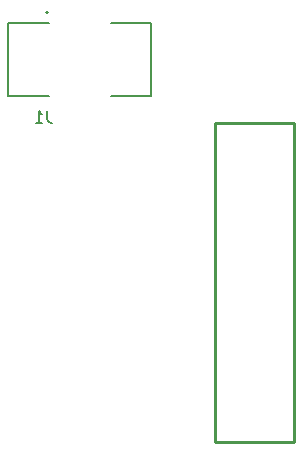
<source format=gbo>
G04 #@! TF.GenerationSoftware,KiCad,Pcbnew,(6.0.2)*
G04 #@! TF.CreationDate,2022-09-07T09:27:56-04:00*
G04 #@! TF.ProjectId,Foras Promineo CLR PCB,466f7261-7320-4507-926f-6d696e656f20,rev?*
G04 #@! TF.SameCoordinates,PX4c4b400PY6a92b70*
G04 #@! TF.FileFunction,Legend,Bot*
G04 #@! TF.FilePolarity,Positive*
%FSLAX46Y46*%
G04 Gerber Fmt 4.6, Leading zero omitted, Abs format (unit mm)*
G04 Created by KiCad (PCBNEW (6.0.2)) date 2022-09-07 09:27:56*
%MOMM*%
%LPD*%
G01*
G04 APERTURE LIST*
%ADD10C,0.254000*%
%ADD11C,0.150000*%
%ADD12C,0.200000*%
G04 APERTURE END LIST*
D10*
X11380005Y40359998D02*
X18009989Y40359998D01*
X18009989Y40359998D02*
X18009989Y13400006D01*
X18009989Y13400006D02*
X11380005Y13400006D01*
X11380005Y13400006D02*
X11380005Y40359998D01*
D11*
G04 #@! TO.C,J1*
X-2841667Y41412620D02*
X-2841667Y40698334D01*
X-2794048Y40555477D01*
X-2698810Y40460239D01*
X-2555953Y40412620D01*
X-2460715Y40412620D01*
X-3841667Y40412620D02*
X-3270239Y40412620D01*
X-3555953Y40412620D02*
X-3555953Y41412620D01*
X-3460715Y41269762D01*
X-3365477Y41174524D01*
X-3270239Y41126905D01*
D12*
X2550000Y42625000D02*
X5950000Y42625000D01*
X-6150000Y48875000D02*
X-2750000Y48875000D01*
X-6150000Y48875000D02*
X-6150000Y42625000D01*
X-6150000Y42625000D02*
X-2750000Y42625000D01*
X5950000Y42625000D02*
X5950000Y48875000D01*
X2550000Y48875000D02*
X5950000Y48875000D01*
X-2780000Y49730000D02*
G75*
G03*
X-2780000Y49730000I-100000J0D01*
G01*
G04 #@! TD*
M02*

</source>
